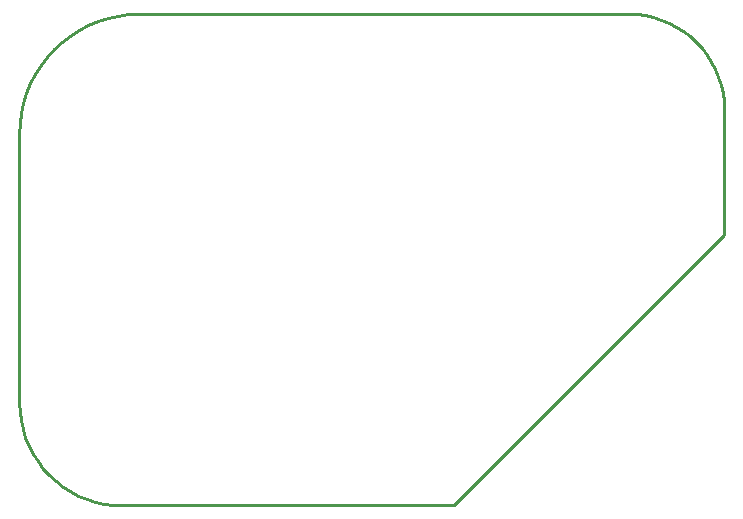
<source format=gbr>
G04 EAGLE Gerber RS-274X export*
G75*
%MOMM*%
%FSLAX34Y34*%
%LPD*%
%IN*%
%IPPOS*%
%AMOC8*
5,1,8,0,0,1.08239X$1,22.5*%
G01*
G04 Define Apertures*
%ADD10C,0.254000*%
D10*
X0Y86721D02*
X330Y79163D01*
X1318Y71662D01*
X2955Y64276D01*
X5230Y57061D01*
X8125Y50071D01*
X11618Y43360D01*
X15683Y36980D01*
X20289Y30978D01*
X25400Y25400D01*
X30978Y20289D01*
X36980Y15683D01*
X43360Y11618D01*
X50071Y8125D01*
X57061Y5230D01*
X64276Y2955D01*
X71662Y1318D01*
X79163Y330D01*
X86721Y0D01*
X368300Y0D01*
X596700Y228400D01*
X596700Y335126D01*
X596393Y342157D01*
X595474Y349135D01*
X593951Y356006D01*
X591835Y362718D01*
X589141Y369220D01*
X585892Y375463D01*
X582110Y381399D01*
X577826Y386982D01*
X573071Y392171D01*
X567882Y396926D01*
X562299Y401210D01*
X556363Y404992D01*
X550120Y408241D01*
X543618Y410935D01*
X536906Y413051D01*
X530035Y414574D01*
X523057Y415493D01*
X516026Y415800D01*
X101237Y415800D01*
X92413Y415415D01*
X83657Y414262D01*
X75035Y412350D01*
X66612Y409695D01*
X58452Y406315D01*
X50618Y402237D01*
X43170Y397492D01*
X36163Y392115D01*
X29652Y386148D01*
X23685Y379637D01*
X18308Y372630D01*
X13563Y365182D01*
X9485Y357348D01*
X6105Y349188D01*
X3450Y340765D01*
X1538Y332143D01*
X385Y323387D01*
X0Y314563D01*
X0Y86721D01*
M02*

</source>
